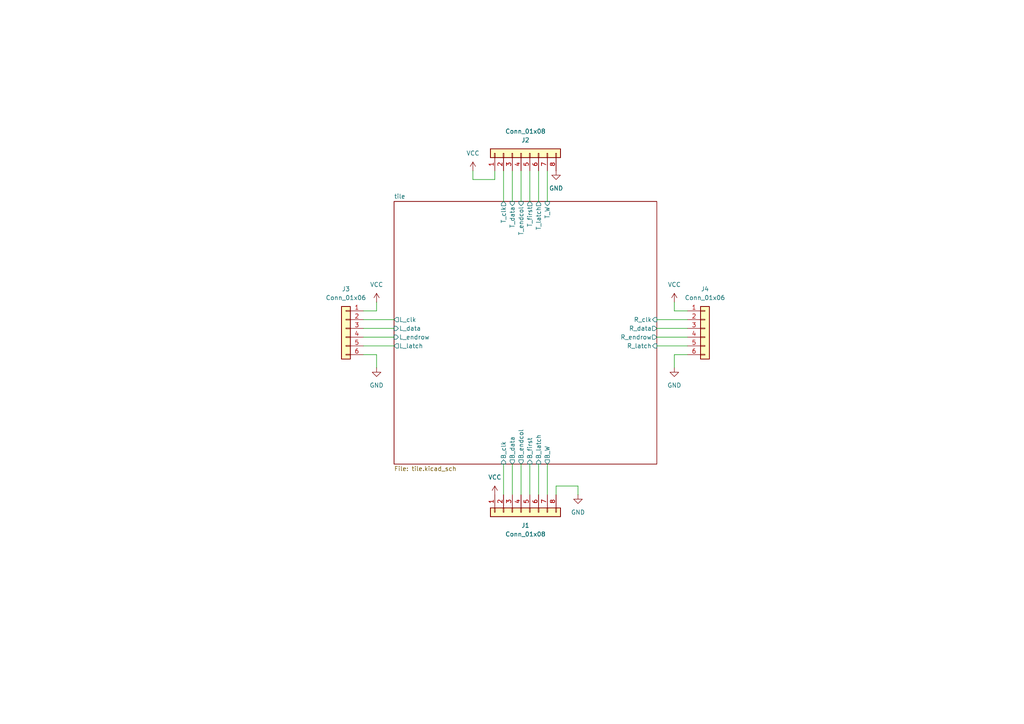
<source format=kicad_sch>
(kicad_sch (version 20250114) (generator "eeschema") (generator_version "9.0")
  (paper "A4")
  (lib_symbols
    (symbol "Connector_Generic:Conn_01x06" (pin_names (offset 1.016) (hide yes))
      (property "Reference" "J" (at 0 7.62 0))
      (property "Value" "Conn_01x06" (at 0 -10.16 0))
      (symbol "Conn_01x06_1_1"
        (rectangle (start -1.27 6.35) (end 1.27 -8.89) (stroke (width 0.254)) (fill (type background)))
        (rectangle (start -1.27 5.207) (end 0 4.953) (stroke (width 0.1524)))
        (rectangle (start -1.27 2.667) (end 0 2.413) (stroke (width 0.1524)))
        (rectangle (start -1.27 0.127) (end 0 -0.127) (stroke (width 0.1524)))
        (rectangle (start -1.27 -2.413) (end 0 -2.667) (stroke (width 0.1524)))
        (rectangle (start -1.27 -4.953) (end 0 -5.207) (stroke (width 0.1524)))
        (rectangle (start -1.27 -7.493) (end 0 -7.747) (stroke (width 0.1524)))
        (pin passive line (at -5.08 5.08 0) (length 3.81) (name "Pin_1") (number "1"))
        (pin passive line (at -5.08 2.54 0) (length 3.81) (name "Pin_2") (number "2"))
        (pin passive line (at -5.08 0 0) (length 3.81) (name "Pin_3") (number "3"))
        (pin passive line (at -5.08 -2.54 0) (length 3.81) (name "Pin_4") (number "4"))
        (pin passive line (at -5.08 -5.08 0) (length 3.81) (name "Pin_5") (number "5"))
        (pin passive line (at -5.08 -7.62 0) (length 3.81) (name "Pin_6") (number "6"))
      )
    )
    (symbol "Connector_Generic:Conn_01x08" (pin_names (offset 1.016) (hide yes))
      (property "Reference" "J" (at 0 10.16 0))
      (property "Value" "Conn_01x08" (at 0 -12.7 0))
      (symbol "Conn_01x08_1_1"
        (rectangle (start -1.27 8.89) (end 1.27 -11.43) (stroke (width 0.254)) (fill (type background)))
        (rectangle (start -1.27 7.747) (end 0 7.493) (stroke (width 0.1524)))
        (rectangle (start -1.27 5.207) (end 0 4.953) (stroke (width 0.1524)))
        (rectangle (start -1.27 2.667) (end 0 2.413) (stroke (width 0.1524)))
        (rectangle (start -1.27 0.127) (end 0 -0.127) (stroke (width 0.1524)))
        (rectangle (start -1.27 -2.413) (end 0 -2.667) (stroke (width 0.1524)))
        (rectangle (start -1.27 -4.953) (end 0 -5.207) (stroke (width 0.1524)))
        (rectangle (start -1.27 -7.493) (end 0 -7.747) (stroke (width 0.1524)))
        (rectangle (start -1.27 -10.033) (end 0 -10.287) (stroke (width 0.1524)))
        (pin passive line (at -5.08 7.62 0) (length 3.81) (name "Pin_1") (number "1"))
        (pin passive line (at -5.08 5.08 0) (length 3.81) (name "Pin_2") (number "2"))
        (pin passive line (at -5.08 2.54 0) (length 3.81) (name "Pin_3") (number "3"))
        (pin passive line (at -5.08 0 0) (length 3.81) (name "Pin_4") (number "4"))
        (pin passive line (at -5.08 -2.54 0) (length 3.81) (name "Pin_5") (number "5"))
        (pin passive line (at -5.08 -5.08 0) (length 3.81) (name "Pin_6") (number "6"))
        (pin passive line (at -5.08 -7.62 0) (length 3.81) (name "Pin_7") (number "7"))
        (pin passive line (at -5.08 -10.16 0) (length 3.81) (name "Pin_8") (number "8"))
      )
    )
    (symbol "power:GND" (power) (pin_numbers (hide yes)) (pin_names (offset 0) (hide yes))
      (property "Value" "GND" (at 0 -3.81 0))
      (symbol "GND_0_1"
        (polyline (pts (xy 0 0) (xy 0 -1.27) (xy 1.27 -1.27) (xy 0 -2.54) (xy -1.27 -1.27) (xy 0 -1.27)))
      )
      (symbol "GND_1_1"
        (pin power_in line (at 0 0 270) (length 0) (name "~") (number "1"))
      )
    )
    (symbol "power:VCC" (power) (pin_numbers (hide yes)) (pin_names (offset 0) (hide yes))
      (property "Value" "VCC" (at 0 3.556 0))
      (symbol "VCC_0_1"
        (polyline (pts (xy -0.762 1.27) (xy 0 2.54)))
        (polyline (pts (xy 0 2.54) (xy 0.762 1.27)))
        (polyline (pts (xy 0 0) (xy 0 2.54)))
      )
      (symbol "VCC_1_1"
        (pin power_in line (at 0 0 90) (length 0) (name "~") (number "1"))
      )
    )
  )
  (wire (pts (xy 190.5 95.25) (xy 199.39 95.25)))
  (wire (pts (xy 156.21 58.42) (xy 156.21 49.53)))
  (wire (pts (xy 105.41 90.17) (xy 109.22 90.17)))
  (wire (pts (xy 156.21 134.62) (xy 156.21 143.51)))
  (wire (pts (xy 195.58 90.17) (xy 195.58 87.63)))
  (wire (pts (xy 105.41 100.33) (xy 114.3 100.33)))
  (wire (pts (xy 167.64 140.97) (xy 167.64 143.51)))
  (wire (pts (xy 151.13 58.42) (xy 151.13 49.53)))
  (wire (pts (xy 137.16 52.07) (xy 143.51 52.07)))
  (wire (pts (xy 109.22 90.17) (xy 109.22 87.63)))
  (wire (pts (xy 190.5 97.79) (xy 199.39 97.79)))
  (wire (pts (xy 148.59 134.62) (xy 148.59 143.51)))
  (wire (pts (xy 158.75 58.42) (xy 158.75 49.53)))
  (wire (pts (xy 105.41 95.25) (xy 114.3 95.25)))
  (wire (pts (xy 105.41 92.71) (xy 114.3 92.71)))
  (wire (pts (xy 146.05 58.42) (xy 146.05 49.53)))
  (wire (pts (xy 199.39 92.71) (xy 190.5 92.71)))
  (wire (pts (xy 151.13 134.62) (xy 151.13 143.51)))
  (wire (pts (xy 161.29 140.97) (xy 167.64 140.97)))
  (wire (pts (xy 148.59 58.42) (xy 148.59 49.53)))
  (wire (pts (xy 190.5 100.33) (xy 199.39 100.33)))
  (wire (pts (xy 195.58 106.68) (xy 195.58 102.87)))
  (wire (pts (xy 137.16 49.53) (xy 137.16 52.07)))
  (wire (pts (xy 199.39 90.17) (xy 195.58 90.17)))
  (wire (pts (xy 161.29 143.51) (xy 161.29 140.97)))
  (wire (pts (xy 153.67 134.62) (xy 153.67 143.51)))
  (wire (pts (xy 109.22 102.87) (xy 109.22 106.68)))
  (wire (pts (xy 153.67 58.42) (xy 153.67 49.53)))
  (wire (pts (xy 143.51 52.07) (xy 143.51 49.53)))
  (wire (pts (xy 158.75 134.62) (xy 158.75 143.51)))
  (wire (pts (xy 105.41 102.87) (xy 109.22 102.87)))
  (wire (pts (xy 195.58 102.87) (xy 199.39 102.87)))
  (wire (pts (xy 105.41 97.79) (xy 114.3 97.79)))
  (wire (pts (xy 146.05 134.62) (xy 146.05 143.51)))
  (symbol (lib_id "Connector_Generic:Conn_01x08") (at 151.13 44.45 90) (unit 1)
    (property "Reference" "J2" (at 152.4 40.64 90))
    (property "Value" "Conn_01x08" (at 152.4 38.1 90))
    (property "Description" "Generic connector, single row, 01x08, script generated (kicad-library-utils/schlib/autogen/connector/)" (effects (hide yes)))
  )
  (symbol (lib_id "power:VCC") (at 137.16 49.53 0) (unit 1)
    (property "Reference" "#PWR029" (effects (hide yes)))
    (property "Value" "VCC" (at 137.16 44.45 0))
    (property "Description" "Power symbol creates a global label with name \"VCC\"" (effects (hide yes)))
  )
  (symbol (lib_id "Connector_Generic:Conn_01x06") (at 100.33 95.25 0) (mirror y) (unit 1)
    (property "Reference" "J3" (at 100.33 83.82 0))
    (property "Value" "Conn_01x06" (at 100.33 86.36 0))
    (property "Description" "Generic connector, single row, 01x06, script generated (kicad-library-utils/schlib/autogen/connector/)" (effects (hide yes)))
  )
  (symbol (lib_id "power:GND") (at 109.22 106.68 0) (unit 1)
    (property "Reference" "#PWR036" (effects (hide yes)))
    (property "Value" "GND" (at 109.22 111.76 0))
    (property "Description" "Power symbol creates a global label with name \"GND\" , ground" (effects (hide yes)))
  )
  (symbol (lib_id "power:GND") (at 195.58 106.68 0) (unit 1)
    (property "Reference" "#PWR035" (effects (hide yes)))
    (property "Value" "GND" (at 195.58 111.76 0))
    (property "Description" "Power symbol creates a global label with name \"GND\" , ground" (effects (hide yes)))
  )
  (symbol (lib_id "power:GND") (at 167.64 143.51 0) (unit 1)
    (property "Reference" "#PWR034" (effects (hide yes)))
    (property "Value" "GND" (at 167.64 148.59 0))
    (property "Description" "Power symbol creates a global label with name \"GND\" , ground" (effects (hide yes)))
  )
  (symbol (lib_id "power:VCC") (at 143.51 143.51 0) (unit 1)
    (property "Reference" "#PWR030" (effects (hide yes)))
    (property "Value" "VCC" (at 143.51 138.43 0))
    (property "Description" "Power symbol creates a global label with name \"VCC\"" (effects (hide yes)))
  )
  (symbol (lib_id "power:VCC") (at 195.58 87.63 0) (unit 1)
    (property "Reference" "#PWR031" (effects (hide yes)))
    (property "Value" "VCC" (at 195.58 82.55 0))
    (property "Description" "Power symbol creates a global label with name \"VCC\"" (effects (hide yes)))
  )
  (symbol (lib_id "power:GND") (at 161.29 49.53 0) (unit 1)
    (property "Reference" "#PWR033" (effects (hide yes)))
    (property "Value" "GND" (at 161.29 54.61 0))
    (property "Description" "Power symbol creates a global label with name \"GND\" , ground" (effects (hide yes)))
  )
  (symbol (lib_id "power:VCC") (at 109.22 87.63 0) (unit 1)
    (property "Reference" "#PWR032" (effects (hide yes)))
    (property "Value" "VCC" (at 109.22 82.55 0))
    (property "Description" "Power symbol creates a global label with name \"VCC\"" (effects (hide yes)))
  )
  (symbol (lib_id "Connector_Generic:Conn_01x06") (at 204.47 95.25 0) (unit 1)
    (property "Reference" "J4" (at 204.47 83.82 0))
    (property "Value" "Conn_01x06" (at 204.47 86.36 0))
    (property "Description" "Generic connector, single row, 01x06, script generated (kicad-library-utils/schlib/autogen/connector/)" (effects (hide yes)))
  )
  (symbol (lib_id "Connector_Generic:Conn_01x08") (at 151.13 148.59 90) (mirror x) (unit 1)
    (property "Reference" "J1" (at 152.4 152.4 90))
    (property "Value" "Conn_01x08" (at 152.4 154.94 90))
    (property "Description" "Generic connector, single row, 01x08, script generated (kicad-library-utils/schlib/autogen/connector/)" (effects (hide yes)))
  )
  (sheet (at 114.3 58.42) (size 76.2 76.2) (stroke (width 0.1524))
    (property "Sheetname" "tile" (at 114.3 57.7084 0) (effects (justify left bottom)))
    (property "Sheetfile" "tile.kicad_sch" (at 114.3 135.2046 0) (effects (justify left top)))
    (pin "B_clk" input (at 146.05 134.62 270))
    (pin "B_data" output (at 148.59 134.62 270))
    (pin "B_endcol" output (at 151.13 134.62 270))
    (pin "B_first" input (at 153.67 134.62 270))
    (pin "B_latch" input (at 156.21 134.62 270))
    (pin "B_W" output (at 158.75 134.62 270))
    (pin "L_clk" output (at 114.3 92.71 180))
    (pin "L_data" input (at 114.3 95.25 180))
    (pin "L_endrow" input (at 114.3 97.79 180))
    (pin "L_latch" output (at 114.3 100.33 180))
    (pin "R_clk" input (at 190.5 92.71 0))
    (pin "R_data" output (at 190.5 95.25 0))
    (pin "R_endrow" output (at 190.5 97.79 0))
    (pin "R_latch" input (at 190.5 100.33 0))
    (pin "T_clk" output (at 146.05 58.42 90))
    (pin "T_data" input (at 148.59 58.42 90))
    (pin "T_endcol" input (at 151.13 58.42 90))
    (pin "T_first" output (at 153.67 58.42 90))
    (pin "T_latch" output (at 156.21 58.42 90))
    (pin "T_W" input (at 158.75 58.42 90))
  )
)
</source>
